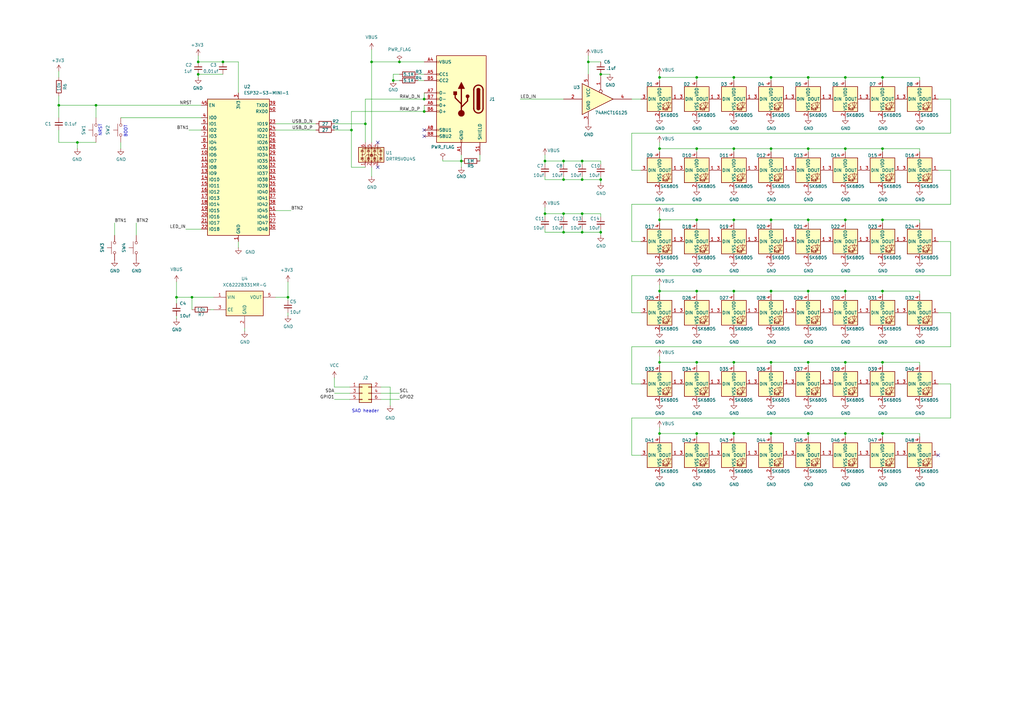
<source format=kicad_sch>
(kicad_sch (version 20250114) (generator "eeschema") (generator_version "9.0")
  (paper "A3")
  (text "NRST" (at 41.91 55.88 90) (effects (font (size 1.27 1.27)) (justify left bottom)))
  (text "BOOT" (at 52.324 56.388 90) (effects (font (size 1.27 1.27)) (justify left bottom)))
  (text "SAO header" (at 149.86 168.656 0) (effects (font (size 1.27 1.27))))
  (junction (at 285.75 148.59))
  (junction (at 72.39 121.92))
  (junction (at 316.23 60.96))
  (junction (at 346.71 31.75))
  (junction (at 300.99 90.17))
  (junction (at 238.76 87.63))
  (junction (at 316.23 31.75))
  (junction (at 31.75 58.42))
  (junction (at 316.23 90.17))
  (junction (at 361.95 119.38))
  (junction (at 246.38 30.48))
  (junction (at 152.4 25.4))
  (junction (at 270.51 177.8))
  (junction (at 346.71 148.59))
  (junction (at 241.3 25.4))
  (junction (at 331.47 60.96))
  (junction (at 81.28 30.48))
  (junction (at 346.71 177.8))
  (junction (at 361.95 177.8))
  (junction (at 361.95 60.96))
  (junction (at 331.47 31.75))
  (junction (at 346.71 90.17))
  (junction (at 285.75 60.96))
  (junction (at 300.99 119.38))
  (junction (at 144.145 53.34))
  (junction (at 24.13 43.18))
  (junction (at 189.23 66.04))
  (junction (at 223.52 66.04))
  (junction (at 231.14 73.66))
  (junction (at 78.74 121.92))
  (junction (at 163.83 25.4))
  (junction (at 331.47 119.38))
  (junction (at 331.47 177.8))
  (junction (at 300.99 31.75))
  (junction (at 331.47 148.59))
  (junction (at 300.99 60.96))
  (junction (at 270.51 148.59))
  (junction (at 300.99 148.59))
  (junction (at 223.52 87.63))
  (junction (at 81.28 25.4))
  (junction (at 173.99 40.64))
  (junction (at 300.99 177.8))
  (junction (at 316.23 119.38))
  (junction (at 361.95 90.17))
  (junction (at 361.95 148.59))
  (junction (at 91.44 25.4))
  (junction (at 346.71 60.96))
  (junction (at 238.76 66.04))
  (junction (at 270.51 119.38))
  (junction (at 270.51 90.17))
  (junction (at 149.86 50.8))
  (junction (at 39.37 43.18))
  (junction (at 173.99 45.72))
  (junction (at 285.75 119.38))
  (junction (at 346.71 119.38))
  (junction (at 285.75 31.75))
  (junction (at 231.14 66.04))
  (junction (at 285.75 90.17))
  (junction (at 238.76 95.25))
  (junction (at 246.38 73.66))
  (junction (at 331.47 90.17))
  (junction (at 238.76 73.66))
  (junction (at 316.23 177.8))
  (junction (at 361.95 31.75))
  (junction (at 231.14 87.63))
  (junction (at 118.11 121.92))
  (junction (at 246.38 95.25))
  (junction (at 270.51 31.75))
  (junction (at 161.29 33.02))
  (junction (at 285.75 177.8))
  (junction (at 316.23 148.59))
  (junction (at 270.51 60.96))
  (junction (at 231.14 95.25))
  (no_connect (at 384.81 186.69))
  (no_connect (at 154.94 58.42))
  (no_connect (at 154.94 68.58))
  (no_connect (at 173.99 53.34))
  (no_connect (at 173.99 55.88))
  (wire (pts (xy 161.29 33.02) (xy 161.29 30.48)))
  (wire (pts (xy 238.76 73.66) (xy 238.76 72.39)))
  (wire (pts (xy 259.08 54.61) (xy 259.08 69.85)))
  (wire (pts (xy 156.21 158.75) (xy 160.02 158.75)))
  (wire (pts (xy 331.47 90.17) (xy 346.71 90.17)))
  (wire (pts (xy 316.23 148.59) (xy 331.47 148.59)))
  (wire (pts (xy 223.52 63.5) (xy 223.52 66.04)))
  (wire (pts (xy 152.4 20.32) (xy 152.4 25.4)))
  (wire (pts (xy 161.29 30.48) (xy 163.83 30.48)))
  (wire (pts (xy 231.14 87.63) (xy 231.14 88.9)))
  (wire (pts (xy 377.19 119.38) (xy 377.19 120.65)))
  (wire (pts (xy 316.23 90.17) (xy 331.47 90.17)))
  (wire (pts (xy 82.55 93.98) (xy 76.2 93.98)))
  (wire (pts (xy 137.16 161.29) (xy 143.51 161.29)))
  (wire (pts (xy 316.23 31.75) (xy 331.47 31.75)))
  (wire (pts (xy 149.86 40.64) (xy 173.99 40.64)))
  (wire (pts (xy 246.38 30.48) (xy 250.19 30.48)))
  (wire (pts (xy 384.81 128.27) (xy 389.89 128.27)))
  (wire (pts (xy 270.51 60.96) (xy 270.51 62.23)))
  (wire (pts (xy 231.14 73.66) (xy 231.14 72.39)))
  (wire (pts (xy 137.16 154.94) (xy 137.16 158.75)))
  (wire (pts (xy 270.51 148.59) (xy 285.75 148.59)))
  (wire (pts (xy 346.71 60.96) (xy 346.71 62.23)))
  (wire (pts (xy 231.14 73.66) (xy 238.76 73.66)))
  (wire (pts (xy 223.52 87.63) (xy 223.52 88.9)))
  (wire (pts (xy 331.47 90.17) (xy 331.47 91.44)))
  (wire (pts (xy 285.75 119.38) (xy 285.75 120.65)))
  (wire (pts (xy 241.3 25.4) (xy 241.3 30.48)))
  (wire (pts (xy 213.36 40.64) (xy 231.14 40.64)))
  (wire (pts (xy 361.95 148.59) (xy 361.95 149.86)))
  (wire (pts (xy 231.14 87.63) (xy 238.76 87.63)))
  (wire (pts (xy 285.75 119.38) (xy 300.99 119.38)))
  (wire (pts (xy 300.99 90.17) (xy 300.99 91.44)))
  (wire (pts (xy 316.23 31.75) (xy 316.23 33.02)))
  (wire (pts (xy 361.95 177.8) (xy 377.19 177.8)))
  (wire (pts (xy 270.51 177.8) (xy 270.51 179.07)))
  (wire (pts (xy 361.95 90.17) (xy 377.19 90.17)))
  (wire (pts (xy 72.39 121.92) (xy 78.74 121.92)))
  (wire (pts (xy 149.86 68.58) (xy 144.145 68.58)))
  (wire (pts (xy 152.4 68.58) (xy 152.4 72.39)))
  (wire (pts (xy 389.89 69.85) (xy 389.89 83.82)))
  (wire (pts (xy 346.71 31.75) (xy 346.71 33.02)))
  (wire (pts (xy 270.51 30.48) (xy 270.51 31.75)))
  (wire (pts (xy 156.21 163.83) (xy 163.83 163.83)))
  (wire (pts (xy 285.75 148.59) (xy 300.99 148.59)))
  (wire (pts (xy 259.08 186.69) (xy 262.89 186.69)))
  (wire (pts (xy 118.11 129.54) (xy 118.11 128.27)))
  (wire (pts (xy 285.75 90.17) (xy 300.99 90.17)))
  (wire (pts (xy 173.99 38.1) (xy 173.99 40.64)))
  (wire (pts (xy 346.71 31.75) (xy 361.95 31.75)))
  (wire (pts (xy 259.08 99.06) (xy 262.89 99.06)))
  (wire (pts (xy 389.89 113.03) (xy 259.08 113.03)))
  (wire (pts (xy 331.47 60.96) (xy 346.71 60.96)))
  (wire (pts (xy 285.75 177.8) (xy 300.99 177.8)))
  (wire (pts (xy 259.08 113.03) (xy 259.08 128.27)))
  (wire (pts (xy 31.75 58.42) (xy 31.75 60.96)))
  (wire (pts (xy 270.51 119.38) (xy 285.75 119.38)))
  (wire (pts (xy 361.95 90.17) (xy 361.95 91.44)))
  (wire (pts (xy 389.89 142.24) (xy 259.08 142.24)))
  (wire (pts (xy 72.39 129.54) (xy 72.39 130.81)))
  (wire (pts (xy 118.11 123.19) (xy 118.11 121.92)))
  (wire (pts (xy 316.23 60.96) (xy 316.23 62.23)))
  (wire (pts (xy 238.76 73.66) (xy 246.38 73.66)))
  (wire (pts (xy 361.95 60.96) (xy 377.19 60.96)))
  (wire (pts (xy 100.33 135.89) (xy 100.33 134.62)))
  (wire (pts (xy 246.38 74.93) (xy 246.38 73.66)))
  (wire (pts (xy 24.13 39.37) (xy 24.13 43.18)))
  (wire (pts (xy 161.29 33.02) (xy 163.83 33.02)))
  (wire (pts (xy 49.53 48.26) (xy 82.55 48.26)))
  (wire (pts (xy 377.19 31.75) (xy 377.19 33.02)))
  (wire (pts (xy 118.11 121.92) (xy 118.11 115.57)))
  (wire (pts (xy 346.71 119.38) (xy 361.95 119.38)))
  (wire (pts (xy 81.28 22.86) (xy 81.28 25.4)))
  (wire (pts (xy 231.14 95.25) (xy 238.76 95.25)))
  (wire (pts (xy 300.99 31.75) (xy 300.99 33.02)))
  (wire (pts (xy 285.75 148.59) (xy 285.75 149.86)))
  (wire (pts (xy 300.99 177.8) (xy 316.23 177.8)))
  (wire (pts (xy 223.52 87.63) (xy 231.14 87.63)))
  (wire (pts (xy 331.47 119.38) (xy 346.71 119.38)))
  (wire (pts (xy 181.61 66.04) (xy 181.61 65.405)))
  (wire (pts (xy 389.89 171.45) (xy 259.08 171.45)))
  (wire (pts (xy 91.44 25.4) (xy 81.28 25.4)))
  (wire (pts (xy 149.86 40.64) (xy 149.86 50.8)))
  (wire (pts (xy 270.51 58.42) (xy 270.51 60.96)))
  (wire (pts (xy 31.75 58.42) (xy 39.37 58.42)))
  (wire (pts (xy 331.47 177.8) (xy 331.47 179.07)))
  (wire (pts (xy 377.19 177.8) (xy 377.19 179.07)))
  (wire (pts (xy 246.38 96.52) (xy 246.38 95.25)))
  (wire (pts (xy 316.23 177.8) (xy 331.47 177.8)))
  (wire (pts (xy 259.08 69.85) (xy 262.89 69.85)))
  (wire (pts (xy 137.16 53.34) (xy 144.145 53.34)))
  (wire (pts (xy 300.99 60.96) (xy 316.23 60.96)))
  (wire (pts (xy 238.76 87.63) (xy 246.38 87.63)))
  (wire (pts (xy 270.51 146.05) (xy 270.51 148.59)))
  (wire (pts (xy 389.89 99.06) (xy 389.89 113.03)))
  (wire (pts (xy 389.89 54.61) (xy 259.08 54.61)))
  (wire (pts (xy 300.99 148.59) (xy 316.23 148.59)))
  (wire (pts (xy 270.51 87.63) (xy 270.51 90.17)))
  (wire (pts (xy 171.45 33.02) (xy 173.99 33.02)))
  (wire (pts (xy 361.95 177.8) (xy 361.95 179.07)))
  (wire (pts (xy 223.52 66.04) (xy 223.52 67.31)))
  (wire (pts (xy 78.74 121.92) (xy 78.74 127)))
  (wire (pts (xy 24.13 58.42) (xy 31.75 58.42)))
  (wire (pts (xy 389.89 83.82) (xy 259.08 83.82)))
  (wire (pts (xy 285.75 60.96) (xy 285.75 62.23)))
  (wire (pts (xy 270.51 177.8) (xy 285.75 177.8)))
  (wire (pts (xy 223.52 73.66) (xy 223.52 72.39)))
  (wire (pts (xy 270.51 60.96) (xy 285.75 60.96)))
  (wire (pts (xy 39.37 43.18) (xy 24.13 43.18)))
  (wire (pts (xy 113.03 53.34) (xy 129.54 53.34)))
  (wire (pts (xy 238.76 95.25) (xy 238.76 93.98)))
  (wire (pts (xy 137.16 50.8) (xy 149.86 50.8)))
  (wire (pts (xy 72.39 115.57) (xy 72.39 121.92)))
  (wire (pts (xy 270.51 90.17) (xy 270.51 91.44)))
  (wire (pts (xy 97.79 25.4) (xy 91.44 25.4)))
  (wire (pts (xy 259.08 83.82) (xy 259.08 99.06)))
  (wire (pts (xy 189.23 66.04) (xy 189.23 68.58)))
  (wire (pts (xy 241.3 25.4) (xy 246.38 25.4)))
  (wire (pts (xy 361.95 31.75) (xy 361.95 33.02)))
  (wire (pts (xy 77.47 53.34) (xy 82.55 53.34)))
  (wire (pts (xy 223.52 95.25) (xy 223.52 93.98)))
  (wire (pts (xy 241.3 22.86) (xy 241.3 25.4)))
  (wire (pts (xy 259.08 128.27) (xy 262.89 128.27)))
  (wire (pts (xy 46.99 91.44) (xy 46.99 96.52)))
  (wire (pts (xy 152.4 25.4) (xy 163.83 25.4)))
  (wire (pts (xy 361.95 119.38) (xy 361.95 120.65)))
  (wire (pts (xy 113.03 121.92) (xy 118.11 121.92)))
  (wire (pts (xy 231.14 66.04) (xy 238.76 66.04)))
  (wire (pts (xy 384.81 99.06) (xy 389.89 99.06)))
  (wire (pts (xy 285.75 177.8) (xy 285.75 179.07)))
  (wire (pts (xy 384.81 40.64) (xy 389.89 40.64)))
  (wire (pts (xy 377.19 60.96) (xy 377.19 62.23)))
  (wire (pts (xy 113.03 50.8) (xy 129.54 50.8)))
  (wire (pts (xy 331.47 148.59) (xy 346.71 148.59)))
  (wire (pts (xy 331.47 148.59) (xy 331.47 149.86)))
  (wire (pts (xy 55.88 91.44) (xy 55.88 96.52)))
  (wire (pts (xy 246.38 73.66) (xy 246.38 72.39)))
  (wire (pts (xy 316.23 148.59) (xy 316.23 149.86)))
  (wire (pts (xy 270.51 31.75) (xy 270.51 33.02)))
  (wire (pts (xy 270.51 148.59) (xy 270.51 149.86)))
  (wire (pts (xy 270.51 119.38) (xy 270.51 120.65)))
  (wire (pts (xy 97.79 101.6) (xy 97.79 99.06)))
  (wire (pts (xy 300.99 119.38) (xy 300.99 120.65)))
  (wire (pts (xy 331.47 177.8) (xy 346.71 177.8)))
  (wire (pts (xy 238.76 66.04) (xy 238.76 67.31)))
  (wire (pts (xy 384.81 69.85) (xy 389.89 69.85)))
  (wire (pts (xy 316.23 90.17) (xy 316.23 91.44)))
  (wire (pts (xy 316.23 60.96) (xy 331.47 60.96)))
  (wire (pts (xy 377.19 90.17) (xy 377.19 91.44)))
  (wire (pts (xy 384.81 157.48) (xy 389.89 157.48)))
  (wire (pts (xy 270.51 175.26) (xy 270.51 177.8)))
  (wire (pts (xy 270.51 31.75) (xy 285.75 31.75)))
  (wire (pts (xy 285.75 31.75) (xy 300.99 31.75)))
  (wire (pts (xy 189.23 63.5) (xy 189.23 66.04)))
  (wire (pts (xy 246.38 66.04) (xy 246.38 67.31)))
  (wire (pts (xy 156.21 161.29) (xy 163.83 161.29)))
  (wire (pts (xy 238.76 95.25) (xy 246.38 95.25)))
  (wire (pts (xy 346.71 119.38) (xy 346.71 120.65)))
  (wire (pts (xy 171.45 30.48) (xy 173.99 30.48)))
  (wire (pts (xy 152.4 25.4) (xy 152.4 58.42)))
  (wire (pts (xy 72.39 121.92) (xy 72.39 124.46)))
  (wire (pts (xy 300.99 177.8) (xy 300.99 179.07)))
  (wire (pts (xy 196.85 66.04) (xy 196.85 63.5)))
  (wire (pts (xy 259.08 142.24) (xy 259.08 157.48)))
  (wire (pts (xy 160.02 158.75) (xy 160.02 166.37)))
  (wire (pts (xy 238.76 87.63) (xy 238.76 88.9)))
  (wire (pts (xy 113.03 86.36) (xy 119.38 86.36)))
  (wire (pts (xy 39.37 48.26) (xy 39.37 43.18)))
  (wire (pts (xy 300.99 31.75) (xy 316.23 31.75)))
  (wire (pts (xy 285.75 90.17) (xy 285.75 91.44)))
  (wire (pts (xy 300.99 148.59) (xy 300.99 149.86)))
  (wire (pts (xy 97.79 25.4) (xy 97.79 38.1)))
  (wire (pts (xy 24.13 53.34) (xy 24.13 58.42)))
  (wire (pts (xy 24.13 48.26) (xy 24.13 43.18)))
  (wire (pts (xy 39.37 43.18) (xy 82.55 43.18)))
  (wire (pts (xy 346.71 90.17) (xy 346.71 91.44)))
  (wire (pts (xy 49.53 58.42) (xy 49.53 60.96)))
  (wire (pts (xy 137.16 163.83) (xy 143.51 163.83)))
  (wire (pts (xy 346.71 60.96) (xy 361.95 60.96)))
  (wire (pts (xy 238.76 66.04) (xy 246.38 66.04)))
  (wire (pts (xy 389.89 157.48) (xy 389.89 171.45)))
  (wire (pts (xy 246.38 87.63) (xy 246.38 88.9)))
  (wire (pts (xy 377.19 148.59) (xy 377.19 149.86)))
  (wire (pts (xy 389.89 128.27) (xy 389.89 142.24)))
  (wire (pts (xy 78.74 121.92) (xy 87.63 121.92)))
  (wire (pts (xy 361.95 31.75) (xy 377.19 31.75)))
  (wire (pts (xy 331.47 31.75) (xy 346.71 31.75)))
  (wire (pts (xy 231.14 66.04) (xy 231.14 67.31)))
  (wire (pts (xy 316.23 119.38) (xy 331.47 119.38)))
  (wire (pts (xy 144.145 53.34) (xy 144.145 45.72)))
  (wire (pts (xy 285.75 60.96) (xy 300.99 60.96)))
  (wire (pts (xy 231.14 95.25) (xy 231.14 93.98)))
  (wire (pts (xy 91.44 30.48) (xy 81.28 30.48)))
  (wire (pts (xy 81.28 31.75) (xy 81.28 30.48)))
  (wire (pts (xy 346.71 177.8) (xy 346.71 179.07)))
  (wire (pts (xy 346.71 90.17) (xy 361.95 90.17)))
  (wire (pts (xy 144.145 45.72) (xy 173.99 45.72)))
  (wire (pts (xy 331.47 119.38) (xy 331.47 120.65)))
  (wire (pts (xy 259.08 157.48) (xy 262.89 157.48)))
  (wire (pts (xy 361.95 148.59) (xy 377.19 148.59)))
  (wire (pts (xy 270.51 116.84) (xy 270.51 119.38)))
  (wire (pts (xy 346.71 148.59) (xy 346.71 149.86)))
  (wire (pts (xy 361.95 119.38) (xy 377.19 119.38)))
  (wire (pts (xy 285.75 31.75) (xy 285.75 33.02)))
  (wire (pts (xy 331.47 31.75) (xy 331.47 33.02)))
  (wire (pts (xy 189.23 66.04) (xy 181.61 66.04)))
  (wire (pts (xy 300.99 119.38) (xy 316.23 119.38)))
  (wire (pts (xy 346.71 177.8) (xy 361.95 177.8)))
  (wire (pts (xy 86.36 127) (xy 87.63 127)))
  (wire (pts (xy 137.16 158.75) (xy 143.51 158.75)))
  (wire (pts (xy 270.51 90.17) (xy 285.75 90.17)))
  (wire (pts (xy 149.86 50.8) (xy 149.86 58.42)))
  (wire (pts (xy 246.38 95.25) (xy 246.38 93.98)))
  (wire (pts (xy 316.23 119.38) (xy 316.23 120.65)))
  (wire (pts (xy 223.52 85.09) (xy 223.52 87.63)))
  (wire (pts (xy 173.99 43.18) (xy 173.99 45.72)))
  (wire (pts (xy 24.13 29.21) (xy 24.13 31.75)))
  (wire (pts (xy 316.23 177.8) (xy 316.23 179.07)))
  (wire (pts (xy 223.52 73.66) (xy 231.14 73.66)))
  (wire (pts (xy 389.89 40.64) (xy 389.89 54.61)))
  (wire (pts (xy 223.52 66.04) (xy 231.14 66.04)))
  (wire (pts (xy 259.08 171.45) (xy 259.08 186.69)))
  (wire (pts (xy 300.99 60.96) (xy 300.99 62.23)))
  (wire (pts (xy 144.145 53.34) (xy 144.145 68.58)))
  (wire (pts (xy 361.95 60.96) (xy 361.95 62.23)))
  (wire (pts (xy 300.99 90.17) (xy 316.23 90.17)))
  (wire (pts (xy 163.83 25.4) (xy 173.99 25.4)))
  (wire (pts (xy 259.08 40.64) (xy 262.89 40.64)))
  (wire (pts (xy 331.47 60.96) (xy 331.47 62.23)))
  (wire (pts (xy 346.71 148.59) (xy 361.95 148.59)))
  (wire (pts (xy 223.52 95.25) (xy 231.14 95.25)))
  (label "BTN2" (at 119.38 86.36 0))
  (label "LED_IN" (at 213.36 40.64 0))
  (label "LED_IN" (at 76.2 93.98 180))
  (label "RAW_D_N" (at 163.83 40.64 0))
  (label "SCL" (at 163.83 161.29 0))
  (label "BTN1" (at 77.47 53.34 180))
  (label "BTN2" (at 55.88 91.44 0))
  (label "USB_D_P" (at 128.27 53.34 180))
  (label "SDA" (at 137.16 161.29 180))
  (label "GPIO2" (at 163.83 163.83 0))
  (label "USB_D_N" (at 128.27 50.8 180))
  (label "NRST" (at 73.66 43.18 0))
  (label "BTN1" (at 46.99 91.44 0))
  (label "GPIO1" (at 137.16 163.83 180))
  (label "RAW_D_P" (at 163.83 45.72 0))
  (symbol (lib_id "LED:SK6805") (at 331.47 186.69 0) (unit 1)
    (property "Reference" "D45" (at 327.406 180.594 0))
    (property "Value" "SK6805" (at 335.534 193.294 0))
    (property "Footprint" "LED_SMD:LED_SK6805_PLCC4_2.4x2.7mm_P1.3mm" (effects (hide yes)))
    (property "Datasheet" "https://cdn-shop.adafruit.com/product-files/3484/3484_Datasheet.pdf" (effects (hide yes)))
    (property "Description" "RGB LED with integrated controller" (effects (hide yes)))
  )
  (symbol (lib_id "power:+3.3V") (at 81.28 22.86 0) (mirror y) (unit 1)
    (property "Reference" "#PWR077" (effects (hide yes)))
    (property "Value" "+3V3" (at 80.899 18.4658 0))
  )
  (symbol (lib_id "Switch:SW_Push") (at 55.88 101.6 90) (unit 1)
    (property "Reference" "SW4" (at 50.8 101.6 0))
    (property "Value" "SW_Push" (effects (hide yes)))
    (property "Footprint" "Button_Switch_SMD:SW_SPST_PTS810" (effects (hide yes)))
  )
  (symbol (lib_id "power:+3.3V") (at 118.11 115.57 0) (unit 1)
    (property "Reference" "#PWR014" (effects (hide yes)))
    (property "Value" "+3V3" (at 117.602 110.744 0))
  )
  (symbol (lib_id "power:GND") (at 346.71 194.31 0) (unit 1)
    (property "Reference" "#PWR068" (effects (hide yes)))
    (property "Value" "GND" (at 346.837 198.7042 0))
  )
  (symbol (lib_id "LED:SK6805") (at 316.23 128.27 0) (unit 1)
    (property "Reference" "D28" (at 312.166 122.174 0))
    (property "Value" "SK6805" (at 320.294 134.874 0))
    (property "Footprint" "LED_SMD:LED_SK6805_PLCC4_2.4x2.7mm_P1.3mm" (effects (hide yes)))
    (property "Datasheet" "https://cdn-shop.adafruit.com/product-files/3484/3484_Datasheet.pdf" (effects (hide yes)))
    (property "Description" "RGB LED with integrated controller" (effects (hide yes)))
  )
  (symbol (lib_id "power:GND") (at 246.38 96.52 0) (unit 1)
    (property "Reference" "#PWR076" (effects (hide yes)))
    (property "Value" "GND" (at 246.507 100.9142 0))
  )
  (symbol (lib_id "power:GND") (at 118.11 129.54 0) (unit 1)
    (property "Reference" "#PWR015" (effects (hide yes)))
    (property "Value" "GND" (at 118.237 133.9342 0))
  )
  (symbol (lib_id "Device:R") (at 133.35 50.8 90) (unit 1)
    (property "Reference" "R2" (at 137.668 49.784 90))
    (property "Value" "27" (at 133.35 50.8 90))
    (property "Footprint" "Resistor_SMD:R_0402_1005Metric" (effects (hide yes)))
  )
  (symbol (lib_id "power:GND") (at 316.23 106.68 0) (unit 1)
    (property "Reference" "#PWR035" (effects (hide yes)))
    (property "Value" "GND" (at 316.357 111.0742 0))
  )
  (symbol (lib_id "LED:SK6805") (at 361.95 69.85 0) (unit 1)
    (property "Reference" "D15" (at 357.886 63.754 0))
    (property "Value" "SK6805" (at 366.014 76.454 0))
    (property "Footprint" "LED_SMD:LED_SK6805_PLCC4_2.4x2.7mm_P1.3mm" (effects (hide yes)))
    (property "Datasheet" "https://cdn-shop.adafruit.com/product-files/3484/3484_Datasheet.pdf" (effects (hide yes)))
    (property "Description" "RGB LED with integrated controller" (effects (hide yes)))
  )
  (symbol (lib_id "Device:R") (at 167.64 33.02 270) (unit 1)
    (property "Reference" "R4" (at 171.704 32.004 90))
    (property "Value" "5.1K" (at 167.64 33.02 90))
    (property "Footprint" "Resistor_SMD:R_0603_1608Metric" (effects (hide yes)))
  )
  (symbol (lib_id "power:GND") (at 246.38 74.93 0) (unit 1)
    (property "Reference" "#PWR061" (effects (hide yes)))
    (property "Value" "GND" (at 246.507 79.3242 0))
  )
  (symbol (lib_id "power:GND") (at 331.47 194.31 0) (unit 1)
    (property "Reference" "#PWR067" (effects (hide yes)))
    (property "Value" "GND" (at 331.597 198.7042 0))
  )
  (symbol (lib_id "LED:SK6805") (at 316.23 40.64 0) (unit 1)
    (property "Reference" "D4" (at 312.166 34.544 0))
    (property "Value" "SK6805" (at 320.294 47.244 0))
    (property "Footprint" "LED_SMD:LED_SK6805_PLCC4_2.4x2.7mm_P1.3mm" (effects (hide yes)))
    (property "Datasheet" "https://cdn-shop.adafruit.com/product-files/3484/3484_Datasheet.pdf" (effects (hide yes)))
    (property "Description" "RGB LED with integrated controller" (effects (hide yes)))
  )
  (symbol (lib_id "LED:SK6805") (at 270.51 69.85 0) (unit 1)
    (property "Reference" "D9" (at 266.446 63.754 0))
    (property "Value" "SK6805" (at 274.574 76.454 0))
    (property "Footprint" "LED_SMD:LED_SK6805_PLCC4_2.4x2.7mm_P1.3mm" (effects (hide yes)))
    (property "Datasheet" "https://cdn-shop.adafruit.com/product-files/3484/3484_Datasheet.pdf" (effects (hide yes)))
    (property "Description" "RGB LED with integrated controller" (effects (hide yes)))
  )
  (symbol (lib_id "power:GND") (at 152.4 72.39 0) (unit 1)
    (property "Reference" "#PWR04" (effects (hide yes)))
    (property "Value" "GND" (at 152.527 76.7842 0))
  )
  (symbol (lib_id "LED:SK6805") (at 285.75 128.27 0) (unit 1)
    (property "Reference" "D26" (at 281.686 122.174 0))
    (property "Value" "SK6805" (at 289.814 134.874 0))
    (property "Footprint" "LED_SMD:LED_SK6805_PLCC4_2.4x2.7mm_P1.3mm" (effects (hide yes)))
    (property "Datasheet" "https://cdn-shop.adafruit.com/product-files/3484/3484_Datasheet.pdf" (effects (hide yes)))
    (property "Description" "RGB LED with integrated controller" (effects (hide yes)))
  )
  (symbol (lib_id "power:GND") (at 189.23 68.58 0) (unit 1)
    (property "Reference" "#PWR06" (effects (hide yes)))
    (property "Value" "GND" (at 189.23 72.39 0))
  )
  (symbol (lib_id "LED:SK6805") (at 285.75 69.85 0) (unit 1)
    (property "Reference" "D10" (at 281.686 63.754 0))
    (property "Value" "SK6805" (at 289.814 76.454 0))
    (property "Footprint" "LED_SMD:LED_SK6805_PLCC4_2.4x2.7mm_P1.3mm" (effects (hide yes)))
    (property "Datasheet" "https://cdn-shop.adafruit.com/product-files/3484/3484_Datasheet.pdf" (effects (hide yes)))
    (property "Description" "RGB LED with integrated controller" (effects (hide yes)))
  )
  (symbol (lib_id "Device:C_Small") (at 118.11 125.73 0) (unit 1)
    (property "Reference" "C5" (at 118.872 123.698 0) (effects (justify left)))
    (property "Value" "10uf" (at 118.872 128.016 0) (effects (justify left)))
    (property "Footprint" "Capacitor_SMD:C_0805_2012Metric" (effects (hide yes)))
  )
  (symbol (lib_id "power:GND") (at 346.71 106.68 0) (unit 1)
    (property "Reference" "#PWR037" (effects (hide yes)))
    (property "Value" "GND" (at 346.837 111.0742 0))
  )
  (symbol (lib_id "LED:SK6805") (at 300.99 99.06 0) (unit 1)
    (property "Reference" "D19" (at 296.926 92.964 0))
    (property "Value" "SK6805" (at 305.054 105.664 0))
    (property "Footprint" "LED_SMD:LED_SK6805_PLCC4_2.4x2.7mm_P1.3mm" (effects (hide yes)))
    (property "Datasheet" "https://cdn-shop.adafruit.com/product-files/3484/3484_Datasheet.pdf" (effects (hide yes)))
    (property "Description" "RGB LED with integrated controller" (effects (hide yes)))
  )
  (symbol (lib_id "power:GND") (at 377.19 48.26 0) (unit 1)
    (property "Reference" "#PWR023" (effects (hide yes)))
    (property "Value" "GND" (at 377.317 52.6542 0))
  )
  (symbol (lib_id "power:GND") (at 300.99 194.31 0) (unit 1)
    (property "Reference" "#PWR065" (effects (hide yes)))
    (property "Value" "GND" (at 301.117 198.7042 0))
  )
  (symbol (lib_id "LED:SK6805") (at 377.19 128.27 0) (unit 1)
    (property "Reference" "D32" (at 373.126 122.174 0))
    (property "Value" "SK6805" (at 381.254 134.874 0))
    (property "Footprint" "LED_SMD:LED_SK6805_PLCC4_2.4x2.7mm_P1.3mm" (effects (hide yes)))
    (property "Datasheet" "https://cdn-shop.adafruit.com/product-files/3484/3484_Datasheet.pdf" (effects (hide yes)))
    (property "Description" "RGB LED with integrated controller" (effects (hide yes)))
  )
  (symbol (lib_id "LED:SK6805") (at 331.47 99.06 0) (unit 1)
    (property "Reference" "D21" (at 327.406 92.964 0))
    (property "Value" "SK6805" (at 335.534 105.664 0))
    (property "Footprint" "LED_SMD:LED_SK6805_PLCC4_2.4x2.7mm_P1.3mm" (effects (hide yes)))
    (property "Datasheet" "https://cdn-shop.adafruit.com/product-files/3484/3484_Datasheet.pdf" (effects (hide yes)))
    (property "Description" "RGB LED with integrated controller" (effects (hide yes)))
  )
  (symbol (lib_id "power:GND") (at 270.51 135.89 0) (unit 1)
    (property "Reference" "#PWR040" (effects (hide yes)))
    (property "Value" "GND" (at 270.637 140.2842 0))
  )
  (symbol (lib_id "LED:SK6805") (at 331.47 157.48 0) (unit 1)
    (property "Reference" "D37" (at 327.406 151.384 0))
    (property "Value" "SK6805" (at 335.534 164.084 0))
    (property "Footprint" "LED_SMD:LED_SK6805_PLCC4_2.4x2.7mm_P1.3mm" (effects (hide yes)))
    (property "Datasheet" "https://cdn-shop.adafruit.com/product-files/3484/3484_Datasheet.pdf" (effects (hide yes)))
    (property "Description" "RGB LED with integrated controller" (effects (hide yes)))
  )
  (symbol (lib_id "power:GND") (at 241.3 50.8 0) (unit 1)
    (property "Reference" "#PWR055" (effects (hide yes)))
    (property "Value" "GND" (at 241.427 55.1942 0))
  )
  (symbol (lib_id "power:GND") (at 270.51 106.68 0) (unit 1)
    (property "Reference" "#PWR032" (effects (hide yes)))
    (property "Value" "GND" (at 270.637 111.0742 0))
  )
  (symbol (lib_id "RF_Module:ESP32-S3-MINI-1") (at 97.79 68.58 0) (unit 1)
    (property "Reference" "U2" (at 99.9841 35.56 0) (effects (justify left)))
    (property "Value" "ESP32-S3-MINI-1" (at 99.9841 38.1 0) (effects (justify left)))
    (property "Footprint" "RF_Module:ESP32-S2-MINI-1" (effects (hide yes)))
    (property "Datasheet" "https://www.espressif.com/sites/default/files/documentation/esp32-s3-mini-1_mini-1u_datasheet_en.pdf" (effects (hide yes)))
    (property "Description" "RF Module, ESP32-S3 SoC, Wi-Fi 802.11b/g/n, Bluetooth, BLE, 32-bit, 3.3V, SMD, onboard antenna" (effects (hide yes)))
  )
  (symbol (lib_id "Device:C_Small") (at 81.28 27.94 0) (mirror y) (unit 1)
    (property "Reference" "C2" (at 78.74 26.67 0) (effects (justify left)))
    (property "Value" "1uf" (at 78.74 29.21 0) (effects (justify left)))
    (property "Footprint" "Capacitor_SMD:C_0603_1608Metric" (effects (hide yes)))
  )
  (symbol (lib_id "LED:SK6805") (at 316.23 69.85 0) (unit 1)
    (property "Reference" "D12" (at 312.166 63.754 0))
    (property "Value" "SK6805" (at 320.294 76.454 0))
    (property "Footprint" "LED_SMD:LED_SK6805_PLCC4_2.4x2.7mm_P1.3mm" (effects (hide yes)))
    (property "Datasheet" "https://cdn-shop.adafruit.com/product-files/3484/3484_Datasheet.pdf" (effects (hide yes)))
    (property "Description" "RGB LED with integrated controller" (effects (hide yes)))
  )
  (symbol (lib_id "LED:SK6805") (at 361.95 99.06 0) (unit 1)
    (property "Reference" "D23" (at 357.886 92.964 0))
    (property "Value" "SK6805" (at 366.014 105.664 0))
    (property "Footprint" "LED_SMD:LED_SK6805_PLCC4_2.4x2.7mm_P1.3mm" (effects (hide yes)))
    (property "Datasheet" "https://cdn-shop.adafruit.com/product-files/3484/3484_Datasheet.pdf" (effects (hide yes)))
    (property "Description" "RGB LED with integrated controller" (effects (hide yes)))
  )
  (symbol (lib_id "power:GND") (at 346.71 48.26 0) (unit 1)
    (property "Reference" "#PWR021" (effects (hide yes)))
    (property "Value" "GND" (at 346.837 52.6542 0))
  )
  (symbol (lib_id "power:GND") (at 285.75 135.89 0) (unit 1)
    (property "Reference" "#PWR041" (effects (hide yes)))
    (property "Value" "GND" (at 285.877 140.2842 0))
  )
  (symbol (lib_id "power:GND") (at 285.75 77.47 0) (unit 1)
    (property "Reference" "#PWR025" (effects (hide yes)))
    (property "Value" "GND" (at 285.877 81.8642 0))
  )
  (symbol (lib_id "power:GND") (at 285.75 194.31 0) (unit 1)
    (property "Reference" "#PWR064" (effects (hide yes)))
    (property "Value" "GND" (at 285.877 198.7042 0))
  )
  (symbol (lib_id "power:GND") (at 97.79 101.6 0) (unit 1)
    (property "Reference" "#PWR01" (effects (hide yes)))
    (property "Value" "GND" (at 102.616 103.378 0))
    (property "Description" "Power symbol creates a global label with name \"GND\" , ground" (effects (hide yes)))
  )
  (symbol (lib_id "power:+3.3V") (at 24.13 29.21 0) (mirror y) (unit 1)
    (property "Reference" "#PWR07" (effects (hide yes)))
    (property "Value" "+3V3" (at 23.749 24.8158 0))
  )
  (symbol (lib_id "power:PWR_FLAG") (at 163.83 25.4 0) (unit 1)
    (property "Reference" "#FLG01" (effects (hide yes)))
    (property "Value" "PWR_FLAG" (at 163.83 20.32 0))
  )
  (symbol (lib_id "power:VBUS") (at 241.3 22.86 0) (unit 1)
    (property "Reference" "#PWR056" (effects (hide yes)))
    (property "Value" "VBUS" (at 244.856 21.082 0))
  )
  (symbol (lib_id "power:GND") (at 316.23 77.47 0) (unit 1)
    (property "Reference" "#PWR027" (effects (hide yes)))
    (property "Value" "GND" (at 316.357 81.8642 0))
  )
  (symbol (lib_id "power:GND") (at 250.19 30.48 0) (unit 1)
    (property "Reference" "#PWR057" (effects (hide yes)))
    (property "Value" "GND" (at 250.317 34.8742 0))
  )
  (symbol (lib_id "power:GND") (at 285.75 165.1 0) (unit 1)
    (property "Reference" "#PWR049" (effects (hide yes)))
    (property "Value" "GND" (at 285.877 169.4942 0))
  )
  (symbol (lib_id "power:GND") (at 346.71 135.89 0) (unit 1)
    (property "Reference" "#PWR045" (effects (hide yes)))
    (property "Value" "GND" (at 346.837 140.2842 0))
  )
  (symbol (lib_id "LED:SK6805") (at 285.75 157.48 0) (unit 1)
    (property "Reference" "D34" (at 281.686 151.384 0))
    (property "Value" "SK6805" (at 289.814 164.084 0))
    (property "Footprint" "LED_SMD:LED_SK6805_PLCC4_2.4x2.7mm_P1.3mm" (effects (hide yes)))
    (property "Datasheet" "https://cdn-shop.adafruit.com/product-files/3484/3484_Datasheet.pdf" (effects (hide yes)))
    (property "Description" "RGB LED with integrated controller" (effects (hide yes)))
  )
  (symbol (lib_id "power:PWR_FLAG") (at 181.61 65.405 0) (unit 1)
    (property "Reference" "#FLG02" (effects (hide yes)))
    (property "Value" "PWR_FLAG" (at 181.61 60.325 0))
  )
  (symbol (lib_id "Device:C_Small") (at 246.38 69.85 0) (unit 1)
    (property "Reference" "C10" (at 242.316 68.072 0) (effects (justify left)))
    (property "Value" "10uf" (at 241.554 71.882 0) (effects (justify left)))
    (property "Footprint" "Capacitor_SMD:C_0805_2012Metric" (effects (hide yes)))
  )
  (symbol (lib_id "LED:SK6805") (at 300.99 40.64 0) (unit 1)
    (property "Reference" "D3" (at 296.926 34.544 0))
    (property "Value" "SK6805" (at 305.054 47.244 0))
    (property "Footprint" "LED_SMD:LED_SK6805_PLCC4_2.4x2.7mm_P1.3mm" (effects (hide yes)))
    (property "Datasheet" "https://cdn-shop.adafruit.com/product-files/3484/3484_Datasheet.pdf" (effects (hide yes)))
    (property "Description" "RGB LED with integrated controller" (effects (hide yes)))
  )
  (symbol (lib_id "Power_Protection:NUP4202") (at 152.4 63.5 0) (unit 1)
    (property "Reference" "U1" (at 158.242 62.6653 0) (effects (justify left)))
    (property "Value" "DRTR5V0U4S" (at 158.242 65.2022 0) (effects (justify left)))
    (property "Footprint" "Package_TO_SOT_SMD:SOT-363_SC-70-6" (effects (hide yes)))
    (property "Datasheet" "http://www.onsemi.com/pub_link/Collateral/NUP4202W1-D.PDF" (effects (hide yes)))
  )
  (symbol (lib_id "LED:SK6805") (at 346.71 69.85 0) (unit 1)
    (property "Reference" "D14" (at 342.646 63.754 0))
    (property "Value" "SK6805" (at 350.774 76.454 0))
    (property "Footprint" "LED_SMD:LED_SK6805_PLCC4_2.4x2.7mm_P1.3mm" (effects (hide yes)))
    (property "Datasheet" "https://cdn-shop.adafruit.com/product-files/3484/3484_Datasheet.pdf" (effects (hide yes)))
    (property "Description" "RGB LED with integrated controller" (effects (hide yes)))
  )
  (symbol (lib_id "power:GND") (at 377.19 194.31 0) (unit 1)
    (property "Reference" "#PWR070" (effects (hide yes)))
    (property "Value" "GND" (at 377.317 198.7042 0))
  )
  (symbol (lib_id "power:GND") (at 300.99 135.89 0) (unit 1)
    (property "Reference" "#PWR042" (effects (hide yes)))
    (property "Value" "GND" (at 301.117 140.2842 0))
  )
  (symbol (lib_id "power:GND") (at 270.51 194.31 0) (unit 1)
    (property "Reference" "#PWR063" (effects (hide yes)))
    (property "Value" "GND" (at 270.637 198.7042 0))
  )
  (symbol (lib_id "power:GND") (at 285.75 106.68 0) (unit 1)
    (property "Reference" "#PWR033" (effects (hide yes)))
    (property "Value" "GND" (at 285.877 111.0742 0))
  )
  (symbol (lib_id "Connector:USB_C_Receptacle_USB2.0") (at 189.23 40.64 0) (mirror y) (unit 1)
    (property "Reference" "J1" (at 200.66 40.6399 0) (effects (justify right)))
    (property "Value" "USB_C_Receptacle_USB2.0" (effects (hide yes)))
    (property "Footprint" "Connector_USB:USB_C_Receptacle_HRO_TYPE-C-31-M-12" (effects (hide yes)))
    (property "Datasheet" "https://www.usb.org/sites/default/files/documents/usb_type-c.zip" (effects (hide yes)))
  )
  (symbol (lib_id "power:GND") (at 331.47 165.1 0) (unit 1)
    (property "Reference" "#PWR054" (effects (hide yes)))
    (property "Value" "GND" (at 331.597 169.4942 0))
  )
  (symbol (lib_id "power:GND") (at 160.02 166.37 0) (unit 1)
    (property "Reference" "#PWR079" (effects (hide yes)))
    (property "Value" "GND" (at 160.02 171.45 0))
    (property "Description" "Power symbol creates a global label with name \"GND\" , ground" (effects (hide yes)))
  )
  (symbol (lib_id "power:GND") (at 49.53 60.96 0) (unit 1)
    (property "Reference" "#PWR09" (effects (hide yes)))
    (property "Value" "GND" (at 49.657 65.3542 0))
  )
  (symbol (lib_id "power:GND") (at 346.71 165.1 0) (unit 1)
    (property "Reference" "#PWR058" (effects (hide yes)))
    (property "Value" "GND" (at 346.837 169.4942 0))
  )
  (symbol (lib_id "power:GND") (at 300.99 77.47 0) (unit 1)
    (property "Reference" "#PWR026" (effects (hide yes)))
    (property "Value" "GND" (at 301.117 81.8642 0))
  )
  (symbol (lib_id "power:GND") (at 331.47 106.68 0) (unit 1)
    (property "Reference" "#PWR036" (effects (hide yes)))
    (property "Value" "GND" (at 331.597 111.0742 0))
  )
  (symbol (lib_id "LED:SK6805") (at 361.95 186.69 0) (unit 1)
    (property "Reference" "D47" (at 357.886 180.594 0))
    (property "Value" "SK6805" (at 366.014 193.294 0))
    (property "Footprint" "LED_SMD:LED_SK6805_PLCC4_2.4x2.7mm_P1.3mm" (effects (hide yes)))
    (property "Datasheet" "https://cdn-shop.adafruit.com/product-files/3484/3484_Datasheet.pdf" (effects (hide yes)))
    (property "Description" "RGB LED with integrated controller" (effects (hide yes)))
  )
  (symbol (lib_id "Device:R") (at 133.35 53.34 90) (unit 1)
    (property "Reference" "R1" (at 137.668 52.324 90))
    (property "Value" "27" (at 133.35 53.34 90))
    (property "Footprint" "Resistor_SMD:R_0402_1005Metric" (effects (hide yes)))
  )
  (symbol (lib_id "Device:R") (at 24.13 35.56 0) (mirror x) (unit 1)
    (property "Reference" "R6" (at 26.67 35.56 90))
    (property "Value" "10k" (at 24.13 35.56 90))
    (property "Footprint" "Resistor_SMD:R_0603_1608Metric" (effects (hide yes)))
  )
  (symbol (lib_id "LED:SK6805") (at 346.71 157.48 0) (unit 1)
    (property "Reference" "D38" (at 342.646 151.384 0))
    (property "Value" "SK6805" (at 350.774 164.084 0))
    (property "Footprint" "LED_SMD:LED_SK6805_PLCC4_2.4x2.7mm_P1.3mm" (effects (hide yes)))
    (property "Datasheet" "https://cdn-shop.adafruit.com/product-files/3484/3484_Datasheet.pdf" (effects (hide yes)))
    (property "Description" "RGB LED with integrated controller" (effects (hide yes)))
  )
  (symbol (lib_id "LED:SK6805") (at 331.47 128.27 0) (unit 1)
    (property "Reference" "D29" (at 327.406 122.174 0))
    (property "Value" "SK6805" (at 335.534 134.874 0))
    (property "Footprint" "LED_SMD:LED_SK6805_PLCC4_2.4x2.7mm_P1.3mm" (effects (hide yes)))
    (property "Datasheet" "https://cdn-shop.adafruit.com/product-files/3484/3484_Datasheet.pdf" (effects (hide yes)))
    (property "Description" "RGB LED with integrated controller" (effects (hide yes)))
  )
  (symbol (lib_id "power:GND") (at 361.95 77.47 0) (unit 1)
    (property "Reference" "#PWR030" (effects (hide yes)))
    (property "Value" "GND" (at 362.077 81.8642 0))
  )
  (symbol (lib_id "LED:SK6805") (at 346.71 40.64 0) (unit 1)
    (property "Reference" "D6" (at 342.646 34.544 0))
    (property "Value" "SK6805" (at 350.774 47.244 0))
    (property "Footprint" "LED_SMD:LED_SK6805_PLCC4_2.4x2.7mm_P1.3mm" (effects (hide yes)))
    (property "Datasheet" "https://cdn-shop.adafruit.com/product-files/3484/3484_Datasheet.pdf" (effects (hide yes)))
    (property "Description" "RGB LED with integrated controller" (effects (hide yes)))
  )
  (symbol (lib_id "Device:C_Small") (at 223.52 69.85 0) (unit 1)
    (property "Reference" "C7" (at 220.218 68.072 0) (effects (justify left)))
    (property "Value" "10uf" (at 218.694 71.882 0) (effects (justify left)))
    (property "Footprint" "Capacitor_SMD:C_0805_2012Metric" (effects (hide yes)))
  )
  (symbol (lib_id "LED:SK6805") (at 285.75 186.69 0) (unit 1)
    (property "Reference" "D42" (at 281.686 180.594 0))
    (property "Value" "SK6805" (at 289.814 193.294 0))
    (property "Footprint" "LED_SMD:LED_SK6805_PLCC4_2.4x2.7mm_P1.3mm" (effects (hide yes)))
    (property "Datasheet" "https://cdn-shop.adafruit.com/product-files/3484/3484_Datasheet.pdf" (effects (hide yes)))
    (property "Description" "RGB LED with integrated controller" (effects (hide yes)))
  )
  (symbol (lib_id "LED:SK6805") (at 316.23 157.48 0) (unit 1)
    (property "Reference" "D36" (at 312.166 151.384 0))
    (property "Value" "SK6805" (at 320.294 164.084 0))
    (property "Footprint" "LED_SMD:LED_SK6805_PLCC4_2.4x2.7mm_P1.3mm" (effects (hide yes)))
    (property "Datasheet" "https://cdn-shop.adafruit.com/product-files/3484/3484_Datasheet.pdf" (effects (hide yes)))
    (property "Description" "RGB LED with integrated controller" (effects (hide yes)))
  )
  (symbol (lib_id "Switch:SW_Push") (at 39.37 53.34 90) (unit 1)
    (property "Reference" "SW1" (at 34.29 53.34 0))
    (property "Value" "SW_Push" (effects (hide yes)))
    (property "Footprint" "Button_Switch_SMD:SW_SPST_PTS810" (effects (hide yes)))
  )
  (symbol (lib_id "power:GND") (at 361.95 48.26 0) (unit 1)
    (property "Reference" "#PWR022" (effects (hide yes)))
    (property "Value" "GND" (at 362.077 52.6542 0))
  )
  (symbol (lib_id "LED:SK6805") (at 270.51 157.48 0) (unit 1)
    (property "Reference" "D33" (at 266.446 151.384 0))
    (property "Value" "SK6805" (at 274.574 164.084 0))
    (property "Footprint" "LED_SMD:LED_SK6805_PLCC4_2.4x2.7mm_P1.3mm" (effects (hide yes)))
    (property "Datasheet" "https://cdn-shop.adafruit.com/product-files/3484/3484_Datasheet.pdf" (effects (hide yes)))
    (property "Description" "RGB LED with integrated controller" (effects (hide yes)))
  )
  (symbol (lib_id "LED:SK6805") (at 285.75 40.64 0) (unit 1)
    (property "Reference" "D2" (at 281.686 34.544 0))
    (property "Value" "SK6805" (at 289.814 47.244 0))
    (property "Footprint" "LED_SMD:LED_SK6805_PLCC4_2.4x2.7mm_P1.3mm" (effects (hide yes)))
    (property "Datasheet" "https://cdn-shop.adafruit.com/product-files/3484/3484_Datasheet.pdf" (effects (hide yes)))
    (property "Description" "RGB LED with integrated controller" (effects (hide yes)))
  )
  (symbol (lib_id "Device:C_Small") (at 24.13 50.8 0) (mirror y) (unit 1)
    (property "Reference" "C1" (at 21.082 50.8 0) (effects (justify left)))
    (property "Value" "0.1uf" (at 31.496 50.8 0) (effects (justify left)))
    (property "Footprint" "Capacitor_SMD:C_0402_1005Metric" (effects (hide yes)))
  )
  (symbol (lib_id "power:GND") (at 270.51 48.26 0) (unit 1)
    (property "Reference" "#PWR016" (effects (hide yes)))
    (property "Value" "GND" (at 270.637 52.6542 0))
  )
  (symbol (lib_id "LED:SK6805") (at 361.95 128.27 0) (unit 1)
    (property "Reference" "D31" (at 357.886 122.174 0))
    (property "Value" "SK6805" (at 366.014 134.874 0))
    (property "Footprint" "LED_SMD:LED_SK6805_PLCC4_2.4x2.7mm_P1.3mm" (effects (hide yes)))
    (property "Datasheet" "https://cdn-shop.adafruit.com/product-files/3484/3484_Datasheet.pdf" (effects (hide yes)))
    (property "Description" "RGB LED with integrated controller" (effects (hide yes)))
  )
  (symbol (lib_id "power:GND") (at 285.75 48.26 0) (unit 1)
    (property "Reference" "#PWR017" (effects (hide yes)))
    (property "Value" "GND" (at 285.877 52.6542 0))
  )
  (symbol (lib_id "power:VBUS") (at 270.51 30.48 0) (unit 1)
    (property "Reference" "#PWR052" (effects (hide yes)))
    (property "Value" "VBUS" (at 274.066 28.702 0))
  )
  (symbol (lib_id "LED:SK6805") (at 300.99 157.48 0) (unit 1)
    (property "Reference" "D35" (at 296.926 151.384 0))
    (property "Value" "SK6805" (at 305.054 164.084 0))
    (property "Footprint" "LED_SMD:LED_SK6805_PLCC4_2.4x2.7mm_P1.3mm" (effects (hide yes)))
    (property "Datasheet" "https://cdn-shop.adafruit.com/product-files/3484/3484_Datasheet.pdf" (effects (hide yes)))
    (property "Description" "RGB LED with integrated controller" (effects (hide yes)))
  )
  (symbol (lib_id "power:VBUS") (at 270.51 146.05 0) (unit 1)
    (property "Reference" "#PWR073" (effects (hide yes)))
    (property "Value" "VBUS" (at 274.066 144.526 0))
  )
  (symbol (lib_id "power:VBUS") (at 270.51 116.84 0) (unit 1)
    (property "Reference" "#PWR072" (effects (hide yes)))
    (property "Value" "VBUS" (at 274.066 115.316 0))
  )
  (symbol (lib_id "Device:R") (at 82.55 127 270) (unit 1)
    (property "Reference" "R7" (at 82.55 129.032 90))
    (property "Value" "10k" (at 82.55 127 90))
    (property "Footprint" "Resistor_SMD:R_0603_1608Metric" (effects (hide yes)))
  )
  (symbol (lib_id "power:GND") (at 377.19 77.47 0) (unit 1)
    (property "Reference" "#PWR031" (effects (hide yes)))
    (property "Value" "GND" (at 377.317 81.8642 0))
  )
  (symbol (lib_id "power:GND") (at 161.29 33.02 0) (unit 1)
    (property "Reference" "#PWR05" (effects (hide yes)))
    (property "Value" "GND" (at 161.29 36.83 0))
  )
  (symbol (lib_id "LED:SK6805") (at 377.19 186.69 0) (unit 1)
    (property "Reference" "D48" (at 373.126 180.594 0))
    (property "Value" "SK6805" (at 381.254 193.294 0))
    (property "Footprint" "LED_SMD:LED_SK6805_PLCC4_2.4x2.7mm_P1.3mm" (effects (hide yes)))
    (property "Datasheet" "https://cdn-shop.adafruit.com/product-files/3484/3484_Datasheet.pdf" (effects (hide yes)))
    (property "Description" "RGB LED with integrated controller" (effects (hide yes)))
  )
  (symbol (lib_id "LED:SK6805") (at 300.99 128.27 0) (unit 1)
    (property "Reference" "D27" (at 296.926 122.174 0))
    (property "Value" "SK6805" (at 305.054 134.874 0))
    (property "Footprint" "LED_SMD:LED_SK6805_PLCC4_2.4x2.7mm_P1.3mm" (effects (hide yes)))
    (property "Datasheet" "https://cdn-shop.adafruit.com/product-files/3484/3484_Datasheet.pdf" (effects (hide yes)))
    (property "Description" "RGB LED with integrated controller" (effects (hide yes)))
  )
  (symbol (lib_id "LED:SK6805") (at 270.51 128.27 0) (unit 1)
    (property "Reference" "D25" (at 266.446 122.174 0))
    (property "Value" "SK6805" (at 274.574 134.874 0))
    (property "Footprint" "LED_SMD:LED_SK6805_PLCC4_2.4x2.7mm_P1.3mm" (effects (hide yes)))
    (property "Datasheet" "https://cdn-shop.adafruit.com/product-files/3484/3484_Datasheet.pdf" (effects (hide yes)))
    (property "Description" "RGB LED with integrated controller" (effects (hide yes)))
  )
  (symbol (lib_id "power:VBUS") (at 223.52 63.5 0) (unit 1)
    (property "Reference" "#PWR062" (effects (hide yes)))
    (property "Value" "VBUS" (at 227.076 61.722 0))
  )
  (symbol (lib_id "power:GND") (at 72.39 130.81 0) (unit 1)
    (property "Reference" "#PWR012" (effects (hide yes)))
    (property "Value" "GND" (at 72.517 135.2042 0))
  )
  (symbol (lib_id "LED:SK6805") (at 270.51 40.64 0) (unit 1)
    (property "Reference" "D1" (at 266.446 34.544 0))
    (property "Value" "SK6805" (at 274.574 47.244 0))
    (property "Footprint" "LED_SMD:LED_SK6805_PLCC4_2.4x2.7mm_P1.3mm" (effects (hide yes)))
    (property "Datasheet" "https://cdn-shop.adafruit.com/product-files/3484/3484_Datasheet.pdf" (effects (hide yes)))
    (property "Description" "RGB LED with integrated controller" (effects (hide yes)))
  )
  (symbol (lib_id "power:GND") (at 316.23 48.26 0) (unit 1)
    (property "Reference" "#PWR019" (effects (hide yes)))
    (property "Value" "GND" (at 316.357 52.6542 0))
  )
  (symbol (lib_id "power:VBUS") (at 223.52 85.09 0) (unit 1)
    (property "Reference" "#PWR075" (effects (hide yes)))
    (property "Value" "VBUS" (at 227.076 83.312 0))
  )
  (symbol (lib_id "LED:SK6805") (at 377.19 40.64 0) (unit 1)
    (property "Reference" "D8" (at 373.126 34.544 0))
    (property "Value" "SK6805" (at 381.254 47.244 0))
    (property "Footprint" "LED_SMD:LED_SK6805_PLCC4_2.4x2.7mm_P1.3mm" (effects (hide yes)))
    (property "Datasheet" "https://cdn-shop.adafruit.com/product-files/3484/3484_Datasheet.pdf" (effects (hide yes)))
    (property "Description" "RGB LED with integrated controller" (effects (hide yes)))
  )
  (symbol (lib_id "power:GND") (at 377.19 135.89 0) (unit 1)
    (property "Reference" "#PWR047" (effects (hide yes)))
    (property "Value" "GND" (at 377.317 140.2842 0))
  )
  (symbol (lib_id "power:VBUS") (at 270.51 58.42 0) (unit 1)
    (property "Reference" "#PWR053" (effects (hide yes)))
    (property "Value" "VBUS" (at 274.066 56.896 0))
  )
  (symbol (lib_id "74xGxx:74AHCT1G125") (at 246.38 40.64 0) (unit 1)
    (property "Reference" "U3" (at 236.474 35.814 0))
    (property "Value" "74AHCT1G125" (at 250.698 46.228 0))
    (property "Footprint" "Package_TO_SOT_SMD:SOT-23-5" (effects (hide yes)))
    (property "Datasheet" "http://www.ti.com/lit/sg/scyt129e/scyt129e.pdf" (effects (hide yes)))
    (property "Description" "Single Buffer Gate Tri-State, Low-Voltage CMOS" (effects (hide yes)))
  )
  (symbol (lib_id "Device:C_Small") (at 246.38 27.94 0) (unit 1)
    (property "Reference" "C6" (at 247.65 25.4 0) (effects (justify left)))
    (property "Value" ".1uf" (at 248.666 27.94 0) (effects (justify left)))
    (property "Footprint" "Capacitor_SMD:C_0603_1608Metric" (effects (hide yes)))
  )
  (symbol (lib_id "power:VBUS") (at 270.51 87.63 0) (unit 1)
    (property "Reference" "#PWR071" (effects (hide yes)))
    (property "Value" "VBUS" (at 274.066 86.106 0))
  )
  (symbol (lib_id "Device:R") (at 193.04 66.04 270) (unit 1)
    (property "Reference" "R5" (at 193.04 68.072 90))
    (property "Value" "1M" (at 193.04 66.04 90))
    (property "Footprint" "Resistor_SMD:R_0603_1608Metric" (effects (hide yes)))
  )
  (symbol (lib_id "Device:C_Small") (at 238.76 69.85 0) (unit 1)
    (property "Reference" "C9" (at 235.712 68.072 0) (effects (justify left)))
    (property "Value" "10uf" (at 233.934 71.882 0) (effects (justify left)))
    (property "Footprint" "Capacitor_SMD:C_0805_2012Metric" (effects (hide yes)))
  )
  (symbol (lib_id "power:GND") (at 361.95 106.68 0) (unit 1)
    (property "Reference" "#PWR038" (effects (hide yes)))
    (property "Value" "GND" (at 362.077 111.0742 0))
  )
  (symbol (lib_id "LED:SK6805") (at 270.51 99.06 0) (unit 1)
    (property "Reference" "D17" (at 266.446 92.964 0))
    (property "Value" "SK6805" (at 274.574 105.664 0))
    (property "Footprint" "LED_SMD:LED_SK6805_PLCC4_2.4x2.7mm_P1.3mm" (effects (hide yes)))
    (property "Datasheet" "https://cdn-shop.adafruit.com/product-files/3484/3484_Datasheet.pdf" (effects (hide yes)))
    (property "Description" "RGB LED with integrated controller" (effects (hide yes)))
  )
  (symbol (lib_id "LED:SK6805") (at 300.99 186.69 0) (unit 1)
    (property "Reference" "D43" (at 296.926 180.594 0))
    (property "Value" "SK6805" (at 305.054 193.294 0))
    (property "Footprint" "LED_SMD:LED_SK6805_PLCC4_2.4x2.7mm_P1.3mm" (effects (hide yes)))
    (property "Datasheet" "https://cdn-shop.adafruit.com/product-files/3484/3484_Datasheet.pdf" (effects (hide yes)))
    (property "Description" "RGB LED with integrated controller" (effects (hide yes)))
  )
  (symbol (lib_id "LED:SK6805") (at 346.71 99.06 0) (unit 1)
    (property "Reference" "D22" (at 342.646 92.964 0))
    (property "Value" "SK6805" (at 350.774 105.664 0))
    (property "Footprint" "LED_SMD:LED_SK6805_PLCC4_2.4x2.7mm_P1.3mm" (effects (hide yes)))
    (property "Datasheet" "https://cdn-shop.adafruit.com/product-files/3484/3484_Datasheet.pdf" (effects (hide yes)))
    (property "Description" "RGB LED with integrated controller" (effects (hide yes)))
  )
  (symbol (lib_id "power:GND") (at 377.19 165.1 0) (unit 1)
    (property "Reference" "#PWR060" (effects (hide yes)))
    (property "Value" "GND" (at 377.317 169.4942 0))
  )
  (symbol (lib_id "power:GND") (at 361.95 135.89 0) (unit 1)
    (property "Reference" "#PWR046" (effects (hide yes)))
    (property "Value" "GND" (at 362.077 140.2842 0))
  )
  (symbol (lib_id "power:GND") (at 316.23 194.31 0) (unit 1)
    (property "Reference" "#PWR066" (effects (hide yes)))
    (property "Value" "GND" (at 316.357 198.7042 0))
  )
  (symbol (lib_id "LED:SK6805") (at 316.23 186.69 0) (unit 1)
    (property "Reference" "D44" (at 312.166 180.594 0))
    (property "Value" "SK6805" (at 320.294 193.294 0))
    (property "Footprint" "LED_SMD:LED_SK6805_PLCC4_2.4x2.7mm_P1.3mm" (effects (hide yes)))
    (property "Datasheet" "https://cdn-shop.adafruit.com/product-files/3484/3484_Datasheet.pdf" (effects (hide yes)))
    (property "Description" "RGB LED with integrated controller" (effects (hide yes)))
  )
  (symbol (lib_id "power:GND") (at 46.99 106.68 0) (unit 1)
    (property "Reference" "#PWR02" (effects (hide yes)))
    (property "Value" "GND" (at 47.117 111.0742 0))
  )
  (symbol (lib_id "LED:SK6805") (at 377.19 99.06 0) (unit 1)
    (property "Reference" "D24" (at 373.126 92.964 0))
    (property "Value" "SK6805" (at 381.254 105.664 0))
    (property "Footprint" "LED_SMD:LED_SK6805_PLCC4_2.4x2.7mm_P1.3mm" (effects (hide yes)))
    (property "Datasheet" "https://cdn-shop.adafruit.com/product-files/3484/3484_Datasheet.pdf" (effects (hide yes)))
    (property "Description" "RGB LED with integrated controller" (effects (hide yes)))
  )
  (symbol (lib_id "power:GND") (at 300.99 48.26 0) (unit 1)
    (property "Reference" "#PWR018" (effects (hide yes)))
    (property "Value" "GND" (at 301.117 52.6542 0))
  )
  (symbol (lib_id "power:VBUS") (at 152.4 20.32 0) (unit 1)
    (property "Reference" "#PWR03" (effects (hide yes)))
    (property "Value" "VBUS" (at 152.4 15.24 0))
  )
  (symbol (lib_id "Device:C_Small") (at 223.52 91.44 0) (unit 1)
    (property "Reference" "C11" (at 219.456 89.662 0) (effects (justify left)))
    (property "Value" "10uf" (at 218.694 93.472 0) (effects (justify left)))
    (property "Footprint" "Capacitor_SMD:C_0805_2012Metric" (effects (hide yes)))
  )
  (symbol (lib_id "LED:SK6805") (at 285.75 99.06 0) (unit 1)
    (property "Reference" "D18" (at 281.686 92.964 0))
    (property "Value" "SK6805" (at 289.814 105.664 0))
    (property "Footprint" "LED_SMD:LED_SK6805_PLCC4_2.4x2.7mm_P1.3mm" (effects (hide yes)))
    (property "Datasheet" "https://cdn-shop.adafruit.com/product-files/3484/3484_Datasheet.pdf" (effects (hide yes)))
    (property "Description" "RGB LED with integrated controller" (effects (hide yes)))
  )
  (symbol (lib_id "LED:SK6805") (at 300.99 69.85 0) (unit 1)
    (property "Reference" "D11" (at 296.926 63.754 0))
    (property "Value" "SK6805" (at 305.054 76.454 0))
    (property "Footprint" "LED_SMD:LED_SK6805_PLCC4_2.4x2.7mm_P1.3mm" (effects (hide yes)))
    (property "Datasheet" "https://cdn-shop.adafruit.com/product-files/3484/3484_Datasheet.pdf" (effects (hide yes)))
    (property "Description" "RGB LED with integrated controller" (effects (hide yes)))
  )
  (symbol (lib_id "power:GND") (at 270.51 77.47 0) (unit 1)
    (property "Reference" "#PWR024" (effects (hide yes)))
    (property "Value" "GND" (at 270.637 81.8642 0))
  )
  (symbol (lib_id "power:GND") (at 31.75 60.96 0) (mirror y) (unit 1)
    (property "Reference" "#PWR08" (effects (hide yes)))
    (property "Value" "GND" (at 31.623 65.3542 0))
  )
  (symbol (lib_id "Device:C_Small") (at 231.14 91.44 0) (unit 1)
    (property "Reference" "C12" (at 227.076 89.662 0) (effects (justify left)))
    (property "Value" "10uf" (at 226.314 93.472 0) (effects (justify left)))
    (property "Footprint" "Capacitor_SMD:C_0805_2012Metric" (effects (hide yes)))
  )
  (symbol (lib_id "LED:SK6805") (at 316.23 99.06 0) (unit 1)
    (property "Reference" "D20" (at 312.166 92.964 0))
    (property "Value" "SK6805" (at 320.294 105.664 0))
    (property "Footprint" "LED_SMD:LED_SK6805_PLCC4_2.4x2.7mm_P1.3mm" (effects (hide yes)))
    (property "Datasheet" "https://cdn-shop.adafruit.com/product-files/3484/3484_Datasheet.pdf" (effects (hide yes)))
    (property "Description" "RGB LED with integrated controller" (effects (hide yes)))
  )
  (symbol (lib_id "LED:SK6805") (at 331.47 69.85 0) (unit 1)
    (property "Reference" "D13" (at 327.406 63.754 0))
    (property "Value" "SK6805" (at 335.534 76.454 0))
    (property "Footprint" "LED_SMD:LED_SK6805_PLCC4_2.4x2.7mm_P1.3mm" (effects (hide yes)))
    (property "Datasheet" "https://cdn-shop.adafruit.com/product-files/3484/3484_Datasheet.pdf" (effects (hide yes)))
    (property "Description" "RGB LED with integrated controller" (effects (hide yes)))
  )
  (symbol (lib_id "power:VBUS") (at 72.39 115.57 0) (unit 1)
    (property "Reference" "#PWR011" (effects (hide yes)))
    (property "Value" "VBUS" (at 72.39 110.49 0))
  )
  (symbol (lib_id "power:GND") (at 377.19 106.68 0) (unit 1)
    (property "Reference" "#PWR039" (effects (hide yes)))
    (property "Value" "GND" (at 377.317 111.0742 0))
  )
  (symbol (lib_id "power:GND") (at 346.71 77.47 0) (unit 1)
    (property "Reference" "#PWR029" (effects (hide yes)))
    (property "Value" "GND" (at 346.837 81.8642 0))
  )
  (symbol (lib_id "LED:SK6805") (at 346.71 186.69 0) (unit 1)
    (property "Reference" "D46" (at 342.646 180.594 0))
    (property "Value" "SK6805" (at 350.774 193.294 0))
    (property "Footprint" "LED_SMD:LED_SK6805_PLCC4_2.4x2.7mm_P1.3mm" (effects (hide yes)))
    (property "Datasheet" "https://cdn-shop.adafruit.com/product-files/3484/3484_Datasheet.pdf" (effects (hide yes)))
    (property "Description" "RGB LED with integrated controller" (effects (hide yes)))
  )
  (symbol (lib_id "Switch:SW_Push") (at 49.53 53.34 90) (unit 1)
    (property "Reference" "SW2" (at 44.196 55.372 0) (effects (justify left)))
    (property "Value" "SW_Push" (effects (hide yes)))
    (property "Footprint" "Button_Switch_SMD:SW_SPST_PTS810" (effects (hide yes)))
  )
  (symbol (lib_id "LED:SK6805") (at 361.95 157.48 0) (unit 1)
    (property "Reference" "D39" (at 357.886 151.384 0))
    (property "Value" "SK6805" (at 366.014 164.084 0))
    (property "Footprint" "LED_SMD:LED_SK6805_PLCC4_2.4x2.7mm_P1.3mm" (effects (hide yes)))
    (property "Datasheet" "https://cdn-shop.adafruit.com/product-files/3484/3484_Datasheet.pdf" (effects (hide yes)))
    (property "Description" "RGB LED with integrated controller" (effects (hide yes)))
  )
  (symbol (lib_id "power:GND") (at 300.99 106.68 0) (unit 1)
    (property "Reference" "#PWR034" (effects (hide yes)))
    (property "Value" "GND" (at 301.117 111.0742 0))
  )
  (symbol (lib_id "LED:SK6805") (at 377.19 69.85 0) (unit 1)
    (property "Reference" "D16" (at 373.126 63.754 0))
    (property "Value" "SK6805" (at 381.254 76.454 0))
    (property "Footprint" "LED_SMD:LED_SK6805_PLCC4_2.4x2.7mm_P1.3mm" (effects (hide yes)))
    (property "Datasheet" "https://cdn-shop.adafruit.com/product-files/3484/3484_Datasheet.pdf" (effects (hide yes)))
    (property "Description" "RGB LED with integrated controller" (effects (hide yes)))
  )
  (symbol (lib_id "Device:C_Small") (at 72.39 127 0) (unit 1)
    (property "Reference" "C4" (at 73.66 124.46 0) (effects (justify left)))
    (property "Value" "10uf" (at 73.66 129.54 0) (effects (justify left)))
    (property "Footprint" "Capacitor_SMD:C_0805_2012Metric" (effects (hide yes)))
  )
  (symbol (lib_id "power:GND") (at 81.28 31.75 0) (mirror y) (unit 1)
    (property "Reference" "#PWR010" (effects (hide yes)))
    (property "Value" "GND" (at 81.153 36.1442 0))
  )
  (symbol (lib_id "Device:C_Small") (at 246.38 91.44 0) (unit 1)
    (property "Reference" "C14" (at 242.062 89.662 0) (effects (justify left)))
    (property "Value" "10uf" (at 241.554 93.472 0) (effects (justify left)))
    (property "Footprint" "Capacitor_SMD:C_0805_2012Metric" (effects (hide yes)))
  )
  (symbol (lib_id "LED:SK6805") (at 270.51 186.69 0) (unit 1)
    (property "Reference" "D41" (at 266.446 180.594 0))
    (property "Value" "SK6805" (at 274.574 193.294 0))
    (property "Footprint" "LED_SMD:LED_SK6805_PLCC4_2.4x2.7mm_P1.3mm" (effects (hide yes)))
    (property "Datasheet" "https://cdn-shop.adafruit.com/product-files/3484/3484_Datasheet.pdf" (effects (hide yes)))
    (property "Description" "RGB LED with integrated controller" (effects (hide yes)))
  )
  (symbol (lib_id "power:GND") (at 361.95 165.1 0) (unit 1)
    (property "Reference" "#PWR059" (effects (hide yes)))
    (property "Value" "GND" (at 362.077 169.4942 0))
  )
  (symbol (lib_id "power:GND") (at 316.23 165.1 0) (unit 1)
    (property "Reference" "#PWR051" (effects (hide yes)))
    (property "Value" "GND" (at 316.357 169.4942 0))
  )
  (symbol (lib_id "power:GND") (at 331.47 77.47 0) (unit 1)
    (property "Reference" "#PWR028" (effects (hide yes)))
    (property "Value" "GND" (at 331.597 81.8642 0))
  )
  (symbol (lib_id "power:GND") (at 331.47 48.26 0) (unit 1)
    (property "Reference" "#PWR020" (effects (hide yes)))
    (property "Value" "GND" (at 331.597 52.6542 0))
  )
  (symbol (lib_id "power:VCC") (at 137.16 154.94 0) (unit 1)
    (property "Reference" "#PWR080" (effects (hide yes)))
    (property "Value" "VCC" (at 137.16 149.86 0))
    (property "Description" "Power symbol creates a global label with name \"VCC\"" (effects (hide yes)))
  )
  (symbol (lib_id "Device:C_Small") (at 91.44 27.94 0) (mirror y) (unit 1)
    (property "Reference" "C3" (at 88.9 26.67 0) (effects (justify left)))
    (property "Value" "0.01uf" (at 89.662 29.21 0) (effects (justify left)))
    (property "Footprint" "Capacitor_SMD:C_0603_1608Metric" (effects (hide yes)))
  )
  (symbol (lib_id "power:GND") (at 270.51 165.1 0) (unit 1)
    (property "Reference" "#PWR048" (effects (hide yes)))
    (property "Value" "GND" (at 270.637 169.4942 0))
  )
  (symbol (lib_id "power:GND") (at 361.95 194.31 0) (unit 1)
    (property "Reference" "#PWR069" (effects (hide yes)))
    (property "Value" "GND" (at 362.077 198.7042 0))
  )
  (symbol (lib_id "LED:SK6805") (at 361.95 40.64 0) (unit 1)
    (property "Reference" "D7" (at 357.886 34.544 0))
    (property "Value" "SK6805" (at 366.014 47.244 0))
    (property "Footprint" "LED_SMD:LED_SK6805_PLCC4_2.4x2.7mm_P1.3mm" (effects (hide yes)))
    (property "Datasheet" "https://cdn-shop.adafruit.com/product-files/3484/3484_Datasheet.pdf" (effects (hide yes)))
    (property "Description" "RGB LED with integrated controller" (effects (hide yes)))
  )
  (symbol (lib_id "Device:C_Small") (at 238.76 91.44 0) (unit 1)
    (property "Reference" "C13" (at 234.696 89.662 0) (effects (justify left)))
    (property "Value" "10uf" (at 233.934 93.472 0) (effects (justify left)))
    (property "Footprint" "Capacitor_SMD:C_0805_2012Metric" (effects (hide yes)))
  )
  (symbol (lib_id "Device:R") (at 167.64 30.48 270) (unit 1)
    (property "Reference" "R3" (at 171.704 29.464 90))
    (property "Value" "5.1K" (at 167.64 30.48 90))
    (property "Footprint" "Resistor_SMD:R_0603_1608Metric" (effects (hide yes)))
  )
  (symbol (lib_id "power:GND") (at 316.23 135.89 0) (unit 1)
    (property "Reference" "#PWR043" (effects (hide yes)))
    (property "Value" "GND" (at 316.357 140.2842 0))
  )
  (symbol (lib_id "power:GND") (at 100.33 135.89 0) (unit 1)
    (property "Reference" "#PWR013" (effects (hide yes)))
    (property "Value" "GND" (at 100.457 140.2842 0))
  )
  (symbol (lib_id "Device:C_Small") (at 231.14 69.85 0) (unit 1)
    (property "Reference" "C8" (at 228.092 68.072 0) (effects (justify left)))
    (property "Value" "10uf" (at 226.314 71.882 0) (effects (justify left)))
    (property "Footprint" "Capacitor_SMD:C_0805_2012Metric" (effects (hide yes)))
  )
  (symbol (lib_id "power:GND") (at 331.47 135.89 0) (unit 1)
    (property "Reference" "#PWR044" (effects (hide yes)))
    (property "Value" "GND" (at 331.597 140.2842 0))
  )
  (symbol (lib_id "Connector_Generic:Conn_02x03_Odd_Even") (at 148.59 161.29 0) (unit 1)
    (property "Reference" "J2" (at 149.86 154.94 0))
    (property "Value" "Conn_02x03_Odd_Even" (effects (hide yes)))
    (property "Footprint" "Connector_PinHeader_2.54mm:PinHeader_2x03_P2.54mm_Vertical" (effects (hide yes)))
    (property "Description" "Generic connector, double row, 02x03, odd/even pin numbering scheme (row 1 odd numbers, row 2 even numbers), script generated (kicad-library-utils/schlib/autogen/connector/)" (effects (hide yes)))
  )
  (symbol (lib_id "Switch:SW_Push") (at 46.99 101.6 90) (unit 1)
    (property "Reference" "SW3" (at 41.91 101.6 0))
    (property "Value" "SW_Push" (effects (hide yes)))
    (property "Footprint" "Button_Switch_SMD:SW_SPST_PTS810" (effects (hide yes)))
  )
  (symbol (lib_id "power:GND") (at 55.88 106.68 0) (unit 1)
    (property "Reference" "#PWR078" (effects (hide yes)))
    (property "Value" "GND" (at 56.007 111.0742 0))
  )
  (symbol (lib_id "power:GND") (at 300.99 165.1 0) (unit 1)
    (property "Reference" "#PWR050" (effects (hide yes)))
    (property "Value" "GND" (at 301.117 169.4942 0))
  )
  (symbol (lib_id "LED:SK6805") (at 346.71 128.27 0) (unit 1)
    (property "Reference" "D30" (at 342.646 122.174 0))
    (property "Value" "SK6805" (at 350.774 134.874 0))
    (property "Footprint" "LED_SMD:LED_SK6805_PLCC4_2.4x2.7mm_P1.3mm" (effects (hide yes)))
    (property "Datasheet" "https://cdn-shop.adafruit.com/product-files/3484/3484_Datasheet.pdf" (effects (hide yes)))
    (property "Description" "RGB LED with integrated controller" (effects (hide yes)))
  )
  (symbol (lib_id "LED:SK6805") (at 377.19 157.48 0) (unit 1)
    (property "Reference" "D40" (at 373.126 151.384 0))
    (property "Value" "SK6805" (at 381.254 164.084 0))
    (property "Footprint" "LED_SMD:LED_SK6805_PLCC4_2.4x2.7mm_P1.3mm" (effects (hide yes)))
    (property "Datasheet" "https://cdn-shop.adafruit.com/product-files/3484/3484_Datasheet.pdf" (effects (hide yes)))
    (property "Description" "RGB LED with integrated controller" (effects (hide yes)))
  )
  (symbol (lib_id "LED:SK6805") (at 331.47 40.64 0) (unit 1)
    (property "Reference" "D5" (at 327.406 34.544 0))
    (property "Value" "SK6805" (at 335.534 47.244 0))
    (property "Footprint" "LED_SMD:LED_SK6805_PLCC4_2.4x2.7mm_P1.3mm" (effects (hide yes)))
    (property "Datasheet" "https://cdn-shop.adafruit.com/product-files/3484/3484_Datasheet.pdf" (effects (hide yes)))
    (property "Description" "RGB LED with integrated controller" (effects (hide yes)))
  )
  (symbol (lib_id "power:VBUS") (at 270.51 175.26 0) (unit 1)
    (property "Reference" "#PWR074" (effects (hide yes)))
    (property "Value" "VBUS" (at 274.066 173.736 0))
  )
  (symbol (lib_id "Regulator_Linear:XC6210B332MR") (at 100.33 124.46 0) (unit 1)
    (property "Reference" "U4" (at 100.33 114.3 0))
    (property "Value" "XC6222B331MR-G" (at 100.33 116.84 0))
    (property "Footprint" "Package_TO_SOT_SMD:SOT-23-5" (effects (hide yes)))
    (property "Datasheet" "https://www.torexsemi.com/file/xc6210/XC6210.pdf" (effects (hide yes)))
  )
)
</source>
